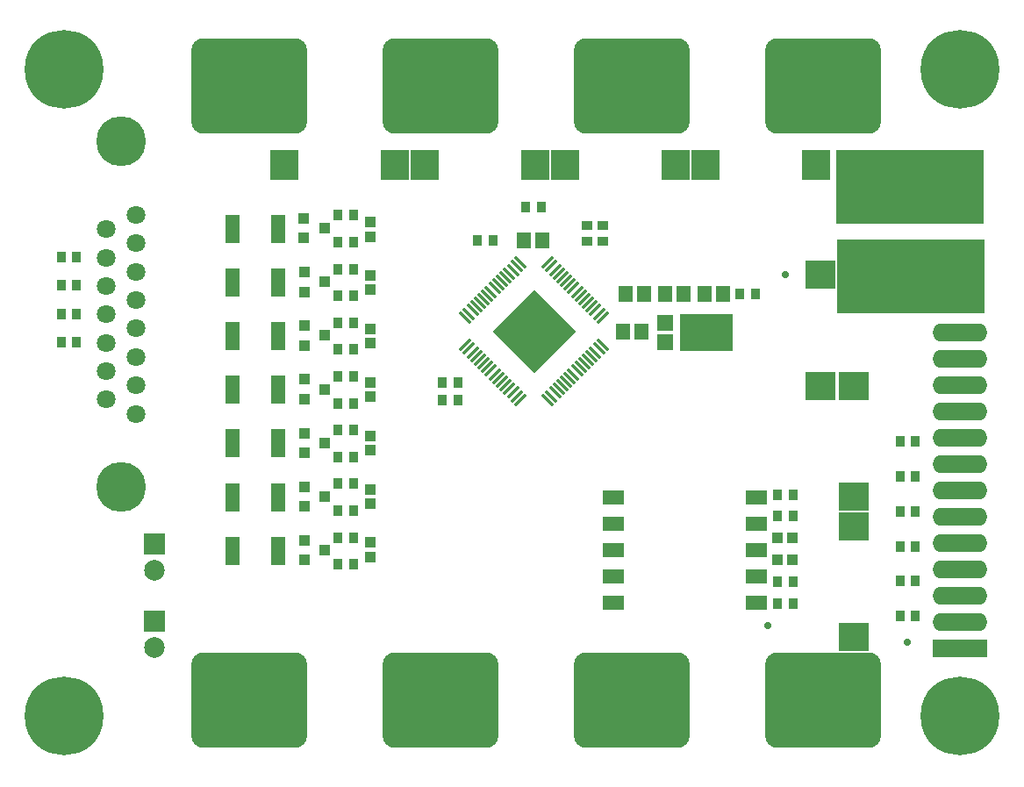
<source format=gts>
G04*
G04 #@! TF.GenerationSoftware,Altium Limited,Altium Designer,18.1.9 (240)*
G04*
G04 Layer_Color=8388736*
%FSLAX25Y25*%
%MOIN*%
G70*
G01*
G75*
G04:AMPARAMS|DCode=26|XSize=10.63mil|YSize=57.53mil|CornerRadius=0mil|HoleSize=0mil|Usage=FLASHONLY|Rotation=225.000|XOffset=0mil|YOffset=0mil|HoleType=Round|Shape=Rectangle|*
%AMROTATEDRECTD26*
4,1,4,-0.01658,0.02410,0.02410,-0.01658,0.01658,-0.02410,-0.02410,0.01658,-0.01658,0.02410,0.0*
%
%ADD26ROTATEDRECTD26*%

G04:AMPARAMS|DCode=27|XSize=10.63mil|YSize=57.53mil|CornerRadius=0mil|HoleSize=0mil|Usage=FLASHONLY|Rotation=135.000|XOffset=0mil|YOffset=0mil|HoleType=Round|Shape=Rectangle|*
%AMROTATEDRECTD27*
4,1,4,0.02410,0.01658,-0.01658,-0.02410,-0.02410,-0.01658,0.01658,0.02410,0.02410,0.01658,0.0*
%
%ADD27ROTATEDRECTD27*%

%ADD35R,0.11824X0.11036*%
%ADD36R,0.20800X0.06800*%
%ADD37O,0.20800X0.06800*%
%ADD38R,0.05524X0.06312*%
%ADD39R,0.55918X0.28359*%
%ADD40R,0.08241X0.05800*%
%ADD41R,0.11036X0.11824*%
%ADD42R,0.03556X0.04343*%
%ADD43R,0.03950X0.04343*%
%ADD44P,0.31959X4X360.0*%
%ADD45R,0.04343X0.03556*%
%ADD46R,0.06272X0.06312*%
%ADD47R,0.19934X0.14028*%
%ADD48R,0.04343X0.03950*%
%ADD49R,0.05524X0.11036*%
%ADD50R,0.04343X0.03950*%
%ADD51C,0.07847*%
%ADD52R,0.07847X0.07847*%
%ADD53C,0.07099*%
%ADD54C,0.18910*%
G04:AMPARAMS|DCode=55|XSize=8mil|YSize=8mil|CornerRadius=0mil|HoleSize=0mil|Usage=FLASHONLY|Rotation=90.000|XOffset=0mil|YOffset=0mil|HoleType=Round|Shape=RoundedRectangle|*
%AMROUNDEDRECTD55*
21,1,0.00800,0.00800,0,0,90.0*
21,1,0.00800,0.00800,0,0,90.0*
1,1,0.00000,0.00400,0.00400*
1,1,0.00000,0.00400,-0.00400*
1,1,0.00000,-0.00400,-0.00400*
1,1,0.00000,-0.00400,0.00400*
%
%ADD55ROUNDEDRECTD55*%
G04:AMPARAMS|DCode=56|XSize=362.33mil|YSize=441.07mil|CornerRadius=48.29mil|HoleSize=0mil|Usage=FLASHONLY|Rotation=270.000|XOffset=0mil|YOffset=0mil|HoleType=Round|Shape=RoundedRectangle|*
%AMROUNDEDRECTD56*
21,1,0.36233,0.34449,0,0,270.0*
21,1,0.26575,0.44107,0,0,270.0*
1,1,0.09658,-0.17224,-0.13287*
1,1,0.09658,-0.17224,0.13287*
1,1,0.09658,0.17224,0.13287*
1,1,0.09658,0.17224,-0.13287*
%
%ADD56ROUNDEDRECTD56*%
%ADD57C,0.29934*%
%ADD58C,0.02787*%
D26*
X191110Y189849D02*
D03*
X189718Y188457D02*
D03*
X188326Y187065D02*
D03*
X186934Y185673D02*
D03*
X185543Y184281D02*
D03*
X184151Y182889D02*
D03*
X182759Y181497D02*
D03*
X181367Y180105D02*
D03*
X179975Y178713D02*
D03*
X178583Y177321D02*
D03*
X177191Y175929D02*
D03*
X175799Y174538D02*
D03*
X174407Y173146D02*
D03*
X173015Y171754D02*
D03*
X171623Y170362D02*
D03*
X170231Y168970D02*
D03*
X201550Y137651D02*
D03*
X202942Y139043D02*
D03*
X204334Y140435D02*
D03*
X205726Y141827D02*
D03*
X207118Y143219D02*
D03*
X208509Y144611D02*
D03*
X209901Y146003D02*
D03*
X211293Y147395D02*
D03*
X212685Y148787D02*
D03*
X214077Y150179D02*
D03*
X215469Y151570D02*
D03*
X216861Y152962D02*
D03*
X218253Y154354D02*
D03*
X219645Y155746D02*
D03*
X221037Y157138D02*
D03*
X222429Y158530D02*
D03*
D27*
X170231D02*
D03*
X171623Y157138D02*
D03*
X173015Y155746D02*
D03*
X174407Y154354D02*
D03*
X175799Y152962D02*
D03*
X177191Y151570D02*
D03*
X178583Y150179D02*
D03*
X179975Y148787D02*
D03*
X181367Y147395D02*
D03*
X182759Y146003D02*
D03*
X184151Y144611D02*
D03*
X185543Y143219D02*
D03*
X186934Y141827D02*
D03*
X188326Y140435D02*
D03*
X189718Y139043D02*
D03*
X191110Y137651D02*
D03*
X222429Y168970D02*
D03*
X221037Y170362D02*
D03*
X219645Y171754D02*
D03*
X218253Y173146D02*
D03*
X216861Y174538D02*
D03*
X215469Y175929D02*
D03*
X214077Y177321D02*
D03*
X212685Y178713D02*
D03*
X211293Y180105D02*
D03*
X209901Y181497D02*
D03*
X208509Y182889D02*
D03*
X207118Y184281D02*
D03*
X205726Y185673D02*
D03*
X204334Y187065D02*
D03*
X202942Y188457D02*
D03*
X201550Y189849D02*
D03*
D35*
X317760Y89680D02*
D03*
Y47554D02*
D03*
X317770Y100854D02*
D03*
Y142980D02*
D03*
X305220Y143030D02*
D03*
Y185156D02*
D03*
D36*
X358225Y43307D02*
D03*
D37*
Y53307D02*
D03*
Y63307D02*
D03*
Y73307D02*
D03*
Y83307D02*
D03*
Y93307D02*
D03*
Y103307D02*
D03*
Y113307D02*
D03*
Y123307D02*
D03*
Y133307D02*
D03*
Y143307D02*
D03*
Y153307D02*
D03*
Y163307D02*
D03*
D38*
X231147Y177800D02*
D03*
X238233D02*
D03*
X253259Y177800D02*
D03*
X246173D02*
D03*
X199553Y198150D02*
D03*
X192467D02*
D03*
X268285Y177800D02*
D03*
X261199D02*
D03*
X230067Y163590D02*
D03*
X237153D02*
D03*
D39*
X339420Y184590D02*
D03*
X339050Y218500D02*
D03*
D40*
X280721Y60550D02*
D03*
Y70550D02*
D03*
Y80550D02*
D03*
Y90550D02*
D03*
Y100550D02*
D03*
X226430Y60550D02*
D03*
Y70550D02*
D03*
Y80550D02*
D03*
Y90550D02*
D03*
Y100550D02*
D03*
D41*
X250181Y226870D02*
D03*
X208055D02*
D03*
X303466D02*
D03*
X261340D02*
D03*
X143610D02*
D03*
X101484D02*
D03*
X196895D02*
D03*
X154769D02*
D03*
D42*
X127883Y187359D02*
D03*
X121977D02*
D03*
X294668Y60217D02*
D03*
X288763D02*
D03*
X294668Y68521D02*
D03*
X288763D02*
D03*
X294668Y101737D02*
D03*
X288763D02*
D03*
X294668Y93433D02*
D03*
X288763D02*
D03*
X167390Y144350D02*
D03*
X161485D02*
D03*
X199003Y211010D02*
D03*
X193097D02*
D03*
X280556Y177800D02*
D03*
X274650D02*
D03*
X167390Y137530D02*
D03*
X161485D02*
D03*
X180763Y198230D02*
D03*
X174857D02*
D03*
X335387Y108578D02*
D03*
X341293D02*
D03*
X335387Y95326D02*
D03*
X341293D02*
D03*
X335387Y82074D02*
D03*
X341293D02*
D03*
X335387Y55570D02*
D03*
X341293D02*
D03*
X16687Y181143D02*
D03*
X22593D02*
D03*
X16687Y191890D02*
D03*
X22593D02*
D03*
X22593Y170397D02*
D03*
X16687D02*
D03*
X22593Y159650D02*
D03*
X16687D02*
D03*
X341293Y121830D02*
D03*
X335387D02*
D03*
X341293Y68822D02*
D03*
X335387D02*
D03*
X121977Y75173D02*
D03*
X127883D02*
D03*
X121977Y85372D02*
D03*
X127883D02*
D03*
X121977Y95571D02*
D03*
X127883D02*
D03*
X121977Y105769D02*
D03*
X127883D02*
D03*
X121977Y115968D02*
D03*
X127883D02*
D03*
X121977Y126167D02*
D03*
X127883D02*
D03*
X121977Y136366D02*
D03*
X127883D02*
D03*
X121977Y146564D02*
D03*
X127883D02*
D03*
X121977Y156763D02*
D03*
X127883D02*
D03*
X121977Y166962D02*
D03*
X127883D02*
D03*
X121977Y177161D02*
D03*
X127883D02*
D03*
X121977Y197558D02*
D03*
X127883D02*
D03*
X121977Y207757D02*
D03*
X127883D02*
D03*
D43*
X294471Y76825D02*
D03*
X288960D02*
D03*
X294471Y85129D02*
D03*
X288960D02*
D03*
D44*
X196330Y163750D02*
D03*
D45*
X216570Y203913D02*
D03*
Y198007D02*
D03*
X222485Y203830D02*
D03*
Y197924D02*
D03*
D46*
X246303Y159558D02*
D03*
Y166802D02*
D03*
D47*
X261980Y163180D02*
D03*
D48*
X134260Y77934D02*
D03*
Y83446D02*
D03*
X134260Y98234D02*
D03*
Y103746D02*
D03*
Y118534D02*
D03*
Y124046D02*
D03*
Y138834D02*
D03*
Y144346D02*
D03*
Y159134D02*
D03*
Y164646D02*
D03*
Y179434D02*
D03*
Y184946D02*
D03*
Y199734D02*
D03*
Y205246D02*
D03*
D49*
X99037Y80347D02*
D03*
X81714D02*
D03*
X99037Y100737D02*
D03*
X81714D02*
D03*
X99037Y121127D02*
D03*
X81714D02*
D03*
X99037Y141517D02*
D03*
X81714D02*
D03*
X99037Y161907D02*
D03*
X81714D02*
D03*
X99037Y182297D02*
D03*
X81714D02*
D03*
X99037Y202687D02*
D03*
X81714D02*
D03*
D50*
X109073Y84340D02*
D03*
Y76860D02*
D03*
X116947Y80600D02*
D03*
X109073Y104712D02*
D03*
Y97232D02*
D03*
X116947Y100972D02*
D03*
X109073Y125083D02*
D03*
Y117603D02*
D03*
X116947Y121343D02*
D03*
X109073Y145455D02*
D03*
Y137975D02*
D03*
X116947Y141715D02*
D03*
X109073Y165827D02*
D03*
Y158346D02*
D03*
X116947Y162087D02*
D03*
X109073Y186198D02*
D03*
Y178718D02*
D03*
X116947Y182458D02*
D03*
X108963Y206570D02*
D03*
Y199090D02*
D03*
X116837Y202830D02*
D03*
D51*
X52184Y72800D02*
D03*
Y43730D02*
D03*
D52*
Y82800D02*
D03*
Y53730D02*
D03*
D53*
X45101Y207927D02*
D03*
Y197139D02*
D03*
Y186352D02*
D03*
Y175564D02*
D03*
Y164777D02*
D03*
Y153990D02*
D03*
Y143202D02*
D03*
Y132415D02*
D03*
X33920Y202533D02*
D03*
Y191745D02*
D03*
Y180958D02*
D03*
Y170171D02*
D03*
Y159383D02*
D03*
Y148596D02*
D03*
Y137808D02*
D03*
D54*
X39510Y104580D02*
D03*
Y235761D02*
D03*
D55*
X306285Y269677D02*
D03*
Y10677D02*
D03*
X233565Y269677D02*
D03*
Y10677D02*
D03*
X160845Y269677D02*
D03*
Y10677D02*
D03*
X88125Y269677D02*
D03*
Y10677D02*
D03*
D56*
X306285Y23457D02*
D03*
Y256897D02*
D03*
X233565Y23457D02*
D03*
Y256897D02*
D03*
X160845Y23457D02*
D03*
Y256897D02*
D03*
X88125Y23457D02*
D03*
Y256897D02*
D03*
D57*
X358254Y17717D02*
D03*
Y263370D02*
D03*
X17720Y17717D02*
D03*
Y263370D02*
D03*
D58*
X291954Y185390D02*
D03*
X338110Y45600D02*
D03*
X285031Y51761D02*
D03*
M02*

</source>
